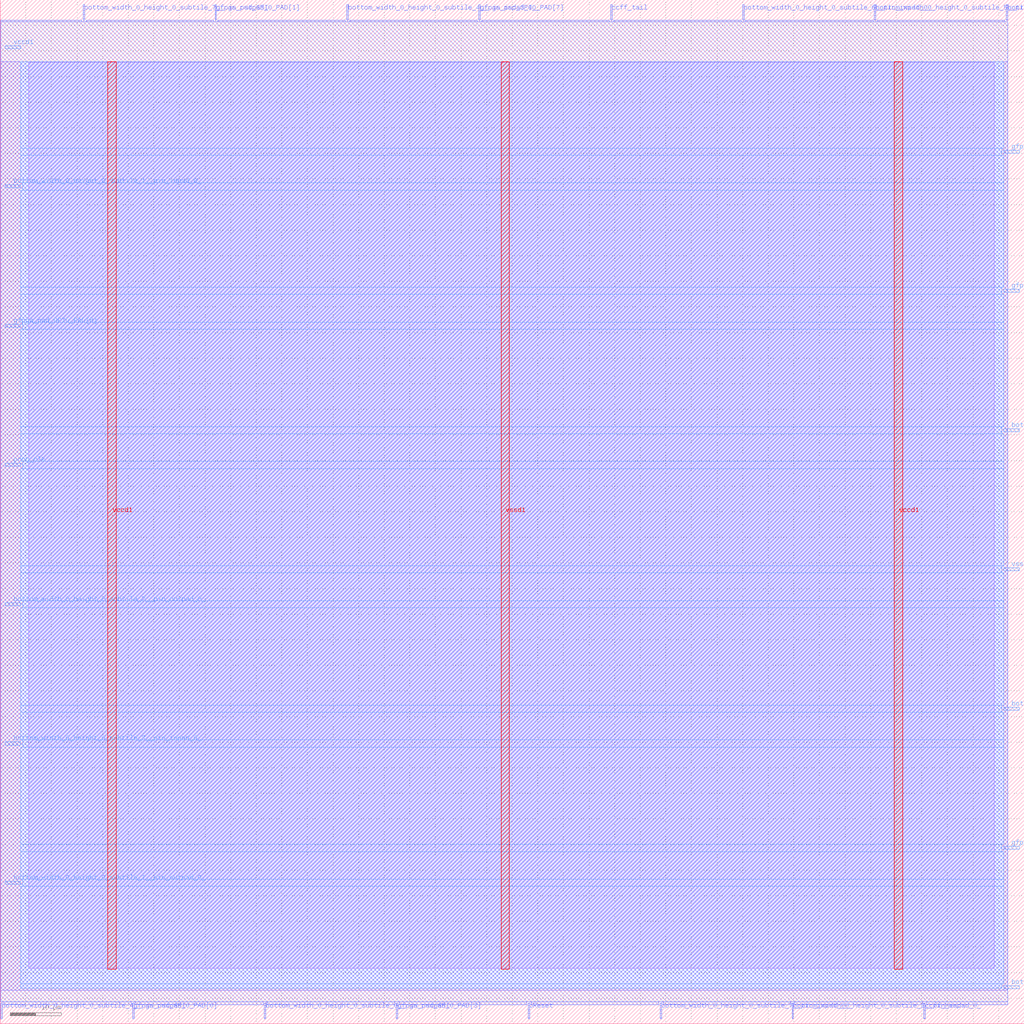
<source format=lef>
VERSION 5.7 ;
  NOWIREEXTENSIONATPIN ON ;
  DIVIDERCHAR "/" ;
  BUSBITCHARS "[]" ;
MACRO grid_io_top
  CLASS BLOCK ;
  FOREIGN grid_io_top ;
  ORIGIN 0.000 0.000 ;
  SIZE 200.000 BY 200.000 ;
  PIN bottom_width_0_height_0_subtile_0__pin_inpad_0_
    DIRECTION OUTPUT TRISTATE ;
    USE SIGNAL ;
    PORT
      LAYER met3 ;
        RECT 196.000 115.640 199.000 116.240 ;
    END
  END bottom_width_0_height_0_subtile_0__pin_inpad_0_
  PIN bottom_width_0_height_0_subtile_0__pin_outpad_0_
    DIRECTION INPUT ;
    USE SIGNAL ;
    PORT
      LAYER met2 ;
        RECT 51.610 1.000 51.890 4.000 ;
    END
  END bottom_width_0_height_0_subtile_0__pin_outpad_0_
  PIN bottom_width_0_height_0_subtile_1__pin_inpad_0_
    DIRECTION OUTPUT TRISTATE ;
    USE SIGNAL ;
    PORT
      LAYER met3 ;
        RECT 1.000 163.240 4.000 163.840 ;
    END
  END bottom_width_0_height_0_subtile_1__pin_inpad_0_
  PIN bottom_width_0_height_0_subtile_1__pin_outpad_0_
    DIRECTION INPUT ;
    USE SIGNAL ;
    PORT
      LAYER met3 ;
        RECT 1.000 27.240 4.000 27.840 ;
    END
  END bottom_width_0_height_0_subtile_1__pin_outpad_0_
  PIN bottom_width_0_height_0_subtile_2__pin_inpad_0_
    DIRECTION OUTPUT TRISTATE ;
    USE SIGNAL ;
    PORT
      LAYER met2 ;
        RECT 154.650 1.000 154.930 4.000 ;
    END
  END bottom_width_0_height_0_subtile_2__pin_inpad_0_
  PIN bottom_width_0_height_0_subtile_2__pin_outpad_0_
    DIRECTION INPUT ;
    USE SIGNAL ;
    PORT
      LAYER met3 ;
        RECT 1.000 81.640 4.000 82.240 ;
    END
  END bottom_width_0_height_0_subtile_2__pin_outpad_0_
  PIN bottom_width_0_height_0_subtile_3__pin_inpad_0_
    DIRECTION OUTPUT TRISTATE ;
    USE SIGNAL ;
    PORT
      LAYER met3 ;
        RECT 1.000 54.440 4.000 55.040 ;
    END
  END bottom_width_0_height_0_subtile_3__pin_inpad_0_
  PIN bottom_width_0_height_0_subtile_3__pin_outpad_0_
    DIRECTION INPUT ;
    USE SIGNAL ;
    PORT
      LAYER met3 ;
        RECT 196.000 61.240 199.000 61.840 ;
    END
  END bottom_width_0_height_0_subtile_3__pin_outpad_0_
  PIN bottom_width_0_height_0_subtile_4__pin_inpad_0_
    DIRECTION OUTPUT TRISTATE ;
    USE SIGNAL ;
    PORT
      LAYER met2 ;
        RECT 67.710 196.000 67.990 199.000 ;
    END
  END bottom_width_0_height_0_subtile_4__pin_inpad_0_
  PIN bottom_width_0_height_0_subtile_4__pin_outpad_0_
    DIRECTION INPUT ;
    USE SIGNAL ;
    PORT
      LAYER met2 ;
        RECT 0.090 1.000 0.370 4.000 ;
    END
  END bottom_width_0_height_0_subtile_4__pin_outpad_0_
  PIN bottom_width_0_height_0_subtile_5__pin_inpad_0_
    DIRECTION OUTPUT TRISTATE ;
    USE SIGNAL ;
    PORT
      LAYER met2 ;
        RECT 170.750 196.000 171.030 199.000 ;
    END
  END bottom_width_0_height_0_subtile_5__pin_inpad_0_
  PIN bottom_width_0_height_0_subtile_5__pin_outpad_0_
    DIRECTION INPUT ;
    USE SIGNAL ;
    PORT
      LAYER met2 ;
        RECT 196.510 196.000 196.790 199.000 ;
    END
  END bottom_width_0_height_0_subtile_5__pin_outpad_0_
  PIN bottom_width_0_height_0_subtile_6__pin_inpad_0_
    DIRECTION OUTPUT TRISTATE ;
    USE SIGNAL ;
    PORT
      LAYER met2 ;
        RECT 144.990 196.000 145.270 199.000 ;
    END
  END bottom_width_0_height_0_subtile_6__pin_inpad_0_
  PIN bottom_width_0_height_0_subtile_6__pin_outpad_0_
    DIRECTION INPUT ;
    USE SIGNAL ;
    PORT
      LAYER met3 ;
        RECT 196.000 6.840 199.000 7.440 ;
    END
  END bottom_width_0_height_0_subtile_6__pin_outpad_0_
  PIN bottom_width_0_height_0_subtile_7__pin_inpad_0_
    DIRECTION OUTPUT TRISTATE ;
    USE SIGNAL ;
    PORT
      LAYER met2 ;
        RECT 128.890 1.000 129.170 4.000 ;
    END
  END bottom_width_0_height_0_subtile_7__pin_inpad_0_
  PIN bottom_width_0_height_0_subtile_7__pin_outpad_0_
    DIRECTION INPUT ;
    USE SIGNAL ;
    PORT
      LAYER met2 ;
        RECT 16.190 196.000 16.470 199.000 ;
    END
  END bottom_width_0_height_0_subtile_7__pin_outpad_0_
  PIN ccff_head
    DIRECTION INPUT ;
    USE SIGNAL ;
    PORT
      LAYER met2 ;
        RECT 180.410 1.000 180.690 4.000 ;
    END
  END ccff_head
  PIN ccff_tail
    DIRECTION OUTPUT TRISTATE ;
    USE SIGNAL ;
    PORT
      LAYER met2 ;
        RECT 119.230 196.000 119.510 199.000 ;
    END
  END ccff_tail
  PIN gfpga_pad_GPIO_PAD[0]
    DIRECTION INOUT ;
    USE SIGNAL ;
    PORT
      LAYER met2 ;
        RECT 25.850 1.000 26.130 4.000 ;
    END
  END gfpga_pad_GPIO_PAD[0]
  PIN gfpga_pad_GPIO_PAD[1]
    DIRECTION INOUT ;
    USE SIGNAL ;
    PORT
      LAYER met2 ;
        RECT 41.950 196.000 42.230 199.000 ;
    END
  END gfpga_pad_GPIO_PAD[1]
  PIN gfpga_pad_GPIO_PAD[2]
    DIRECTION INOUT ;
    USE SIGNAL ;
    PORT
      LAYER met3 ;
        RECT 196.000 34.040 199.000 34.640 ;
    END
  END gfpga_pad_GPIO_PAD[2]
  PIN gfpga_pad_GPIO_PAD[3]
    DIRECTION INOUT ;
    USE SIGNAL ;
    PORT
      LAYER met2 ;
        RECT 77.370 1.000 77.650 4.000 ;
    END
  END gfpga_pad_GPIO_PAD[3]
  PIN gfpga_pad_GPIO_PAD[4]
    DIRECTION INOUT ;
    USE SIGNAL ;
    PORT
      LAYER met3 ;
        RECT 196.000 142.840 199.000 143.440 ;
    END
  END gfpga_pad_GPIO_PAD[4]
  PIN gfpga_pad_GPIO_PAD[5]
    DIRECTION INOUT ;
    USE SIGNAL ;
    PORT
      LAYER met3 ;
        RECT 196.000 170.040 199.000 170.640 ;
    END
  END gfpga_pad_GPIO_PAD[5]
  PIN gfpga_pad_GPIO_PAD[6]
    DIRECTION INOUT ;
    USE SIGNAL ;
    PORT
      LAYER met3 ;
        RECT 1.000 136.040 4.000 136.640 ;
    END
  END gfpga_pad_GPIO_PAD[6]
  PIN gfpga_pad_GPIO_PAD[7]
    DIRECTION INOUT ;
    USE SIGNAL ;
    PORT
      LAYER met2 ;
        RECT 93.470 196.000 93.750 199.000 ;
    END
  END gfpga_pad_GPIO_PAD[7]
  PIN pReset
    DIRECTION INPUT ;
    USE SIGNAL ;
    PORT
      LAYER met2 ;
        RECT 103.130 1.000 103.410 4.000 ;
    END
  END pReset
  PIN prog_clk
    DIRECTION INPUT ;
    USE SIGNAL ;
    PORT
      LAYER met3 ;
        RECT 1.000 108.840 4.000 109.440 ;
    END
  END prog_clk
  PIN vccd1
    DIRECTION INOUT ;
    USE SIGNAL ;
    PORT
      LAYER met3 ;
        RECT 1.000 190.440 4.000 191.040 ;
    END
    PORT
      LAYER met4 ;
        RECT 21.040 10.640 22.640 187.920 ;
    END
    PORT
      LAYER met4 ;
        RECT 174.640 10.640 176.240 187.920 ;
    END
  END vccd1
  PIN vssd1
    DIRECTION INOUT ;
    USE SIGNAL ;
    PORT
      LAYER met3 ;
        RECT 196.000 88.440 199.000 89.040 ;
    END
    PORT
      LAYER met4 ;
        RECT 97.840 10.640 99.440 187.920 ;
    END
  END vssd1
  OBS
      LAYER li1 ;
        RECT 5.520 10.795 194.120 187.765 ;
      LAYER met1 ;
        RECT 0.070 6.500 196.810 187.920 ;
      LAYER met2 ;
        RECT 0.100 195.720 15.910 196.000 ;
        RECT 16.750 195.720 41.670 196.000 ;
        RECT 42.510 195.720 67.430 196.000 ;
        RECT 68.270 195.720 93.190 196.000 ;
        RECT 94.030 195.720 118.950 196.000 ;
        RECT 119.790 195.720 144.710 196.000 ;
        RECT 145.550 195.720 170.470 196.000 ;
        RECT 171.310 195.720 196.230 196.000 ;
        RECT 0.100 4.280 196.780 195.720 ;
        RECT 0.650 3.670 25.570 4.280 ;
        RECT 26.410 3.670 51.330 4.280 ;
        RECT 52.170 3.670 77.090 4.280 ;
        RECT 77.930 3.670 102.850 4.280 ;
        RECT 103.690 3.670 128.610 4.280 ;
        RECT 129.450 3.670 154.370 4.280 ;
        RECT 155.210 3.670 180.130 4.280 ;
        RECT 180.970 3.670 196.780 4.280 ;
      LAYER met3 ;
        RECT 4.000 171.040 196.000 187.845 ;
        RECT 4.000 169.640 195.600 171.040 ;
        RECT 4.000 164.240 196.000 169.640 ;
        RECT 4.400 162.840 196.000 164.240 ;
        RECT 4.000 143.840 196.000 162.840 ;
        RECT 4.000 142.440 195.600 143.840 ;
        RECT 4.000 137.040 196.000 142.440 ;
        RECT 4.400 135.640 196.000 137.040 ;
        RECT 4.000 116.640 196.000 135.640 ;
        RECT 4.000 115.240 195.600 116.640 ;
        RECT 4.000 109.840 196.000 115.240 ;
        RECT 4.400 108.440 196.000 109.840 ;
        RECT 4.000 89.440 196.000 108.440 ;
        RECT 4.000 88.040 195.600 89.440 ;
        RECT 4.000 82.640 196.000 88.040 ;
        RECT 4.400 81.240 196.000 82.640 ;
        RECT 4.000 62.240 196.000 81.240 ;
        RECT 4.000 60.840 195.600 62.240 ;
        RECT 4.000 55.440 196.000 60.840 ;
        RECT 4.400 54.040 196.000 55.440 ;
        RECT 4.000 35.040 196.000 54.040 ;
        RECT 4.000 33.640 195.600 35.040 ;
        RECT 4.000 28.240 196.000 33.640 ;
        RECT 4.400 26.840 196.000 28.240 ;
        RECT 4.000 7.840 196.000 26.840 ;
        RECT 4.000 6.975 195.600 7.840 ;
  END
END grid_io_top
END LIBRARY


</source>
